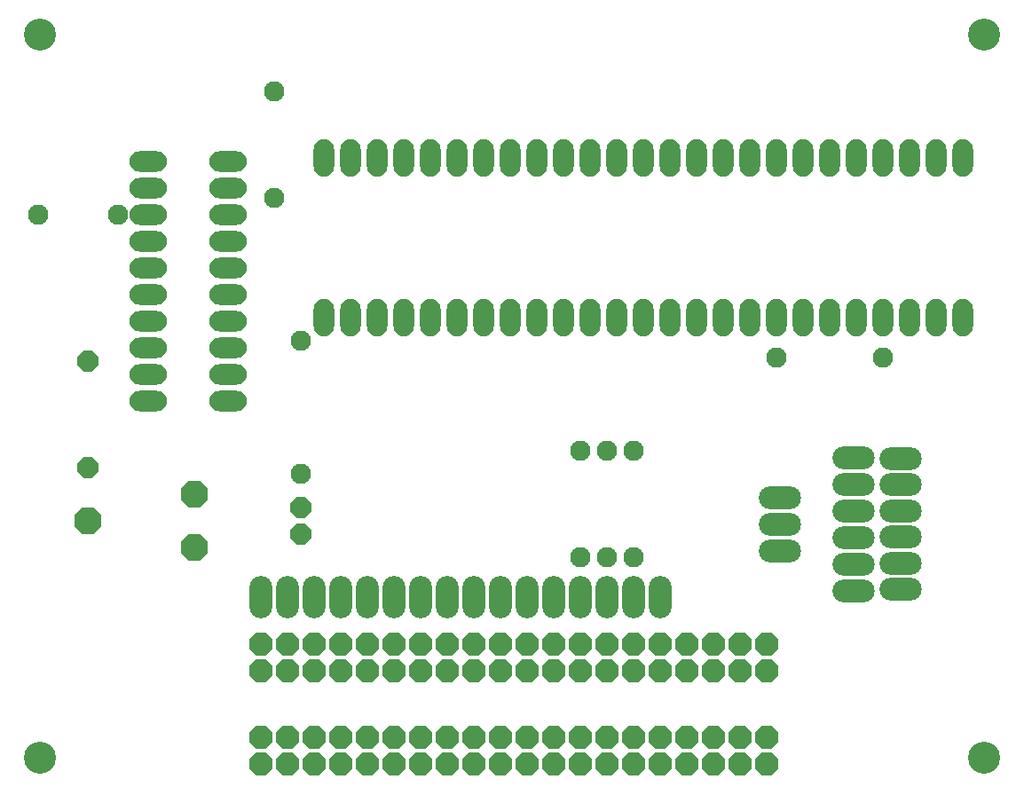
<source format=gbr>
G75*
G70*
%OFA0B0*%
%FSLAX24Y24*%
%IPPOS*%
%LPD*%
%AMOC8*
5,1,8,0,0,1.08239X$1,22.5*
%
%ADD10C,0.1200*%
%ADD11O,0.0768X0.1408*%
%ADD12O,0.1408X0.0768*%
%ADD13OC8,0.0864*%
%ADD14OC8,0.1008*%
%ADD15OC8,0.0768*%
%ADD16O,0.1584X0.0864*%
%ADD17O,0.0864X0.1584*%
%ADD18C,0.0768*%
D10*
X002112Y004299D03*
X002112Y031468D03*
X037553Y031472D03*
X037559Y004299D03*
D11*
X036776Y020838D03*
X035776Y020838D03*
X034776Y020838D03*
X033776Y020838D03*
X032776Y020838D03*
X031776Y020838D03*
X030776Y020838D03*
X029776Y020838D03*
X028776Y020838D03*
X027776Y020838D03*
X026776Y020838D03*
X025776Y020838D03*
X024776Y020838D03*
X023776Y020838D03*
X022776Y020838D03*
X021776Y020838D03*
X020776Y020838D03*
X019776Y020838D03*
X018776Y020838D03*
X017776Y020838D03*
X016776Y020838D03*
X015776Y020838D03*
X014776Y020838D03*
X013776Y020838D03*
X012776Y020838D03*
X012776Y026838D03*
X013776Y026838D03*
X014776Y026838D03*
X015776Y026838D03*
X016776Y026838D03*
X017776Y026838D03*
X018776Y026838D03*
X019776Y026838D03*
X020776Y026838D03*
X021776Y026838D03*
X022776Y026838D03*
X023776Y026838D03*
X024776Y026838D03*
X025776Y026838D03*
X026776Y026838D03*
X027776Y026838D03*
X028776Y026838D03*
X029776Y026838D03*
X030776Y026838D03*
X031776Y026838D03*
X032776Y026838D03*
X033776Y026838D03*
X034776Y026838D03*
X035776Y026838D03*
X036776Y026838D03*
D12*
X009151Y026713D03*
X009151Y025713D03*
X009151Y024713D03*
X009151Y023713D03*
X009151Y022713D03*
X009151Y021713D03*
X009151Y020713D03*
X009151Y019713D03*
X009151Y018713D03*
X009151Y017713D03*
X006151Y017713D03*
X006151Y018713D03*
X006151Y019713D03*
X006151Y020713D03*
X006151Y021713D03*
X006151Y022713D03*
X006151Y023713D03*
X006151Y024713D03*
X006151Y025713D03*
X006151Y026713D03*
D13*
X010401Y008588D03*
X011401Y008588D03*
X011401Y007588D03*
X010401Y007588D03*
X012401Y007588D03*
X013401Y007588D03*
X014401Y007588D03*
X015401Y007588D03*
X016401Y007588D03*
X017401Y007588D03*
X018401Y007588D03*
X019401Y007588D03*
X020401Y007588D03*
X021401Y007588D03*
X022401Y007588D03*
X023401Y007588D03*
X024401Y007588D03*
X025401Y007588D03*
X026401Y007588D03*
X027401Y007588D03*
X028401Y007588D03*
X029401Y007588D03*
X029401Y008588D03*
X028401Y008588D03*
X027401Y008588D03*
X026401Y008588D03*
X025401Y008588D03*
X024401Y008588D03*
X023401Y008588D03*
X022401Y008588D03*
X021401Y008588D03*
X020401Y008588D03*
X019401Y008588D03*
X018401Y008588D03*
X017401Y008588D03*
X016401Y008588D03*
X015401Y008588D03*
X014401Y008588D03*
X013401Y008588D03*
X012401Y008588D03*
X012401Y005088D03*
X013401Y005088D03*
X013401Y004088D03*
X012401Y004088D03*
X011401Y004088D03*
X010401Y004088D03*
X010401Y005088D03*
X011401Y005088D03*
X014401Y005088D03*
X015401Y005088D03*
X015401Y004088D03*
X014401Y004088D03*
X016401Y004088D03*
X017401Y004088D03*
X018401Y004088D03*
X019401Y004088D03*
X020401Y004088D03*
X021401Y004088D03*
X022401Y004088D03*
X023401Y004088D03*
X024401Y004088D03*
X025401Y004088D03*
X026401Y004088D03*
X027401Y004088D03*
X028401Y004088D03*
X029401Y004088D03*
X029401Y005088D03*
X028401Y005088D03*
X027401Y005088D03*
X026401Y005088D03*
X025401Y005088D03*
X024401Y005088D03*
X023401Y005088D03*
X022401Y005088D03*
X021401Y005088D03*
X020401Y005088D03*
X019401Y005088D03*
X018401Y005088D03*
X017401Y005088D03*
X016401Y005088D03*
D14*
X007901Y012213D03*
X007901Y014213D03*
X003901Y013213D03*
D15*
X003901Y015213D03*
X003901Y019213D03*
X011901Y013713D03*
X011901Y012713D03*
D16*
X029901Y013088D03*
X029901Y012088D03*
X029901Y014088D03*
X032651Y013588D03*
X032651Y012588D03*
X032651Y011588D03*
X032651Y010588D03*
X034441Y010628D03*
X034441Y011612D03*
X034441Y012596D03*
X034441Y013580D03*
X034441Y014565D03*
X034441Y015549D03*
X032651Y015588D03*
X032651Y014588D03*
D17*
X025401Y010338D03*
X024401Y010338D03*
X023401Y010338D03*
X022401Y010338D03*
X021401Y010338D03*
X020401Y010338D03*
X019401Y010338D03*
X018401Y010338D03*
X017401Y010338D03*
X016401Y010338D03*
X015401Y010338D03*
X014401Y010338D03*
X013401Y010338D03*
X012401Y010338D03*
X011401Y010338D03*
X010401Y010338D03*
D18*
X011901Y014963D03*
X011901Y019963D03*
X010901Y025338D03*
X010901Y029338D03*
X005026Y024713D03*
X002026Y024713D03*
X022401Y015838D03*
X023401Y015838D03*
X024401Y015838D03*
X024401Y011838D03*
X023401Y011838D03*
X022401Y011838D03*
X029776Y019338D03*
X033776Y019338D03*
M02*

</source>
